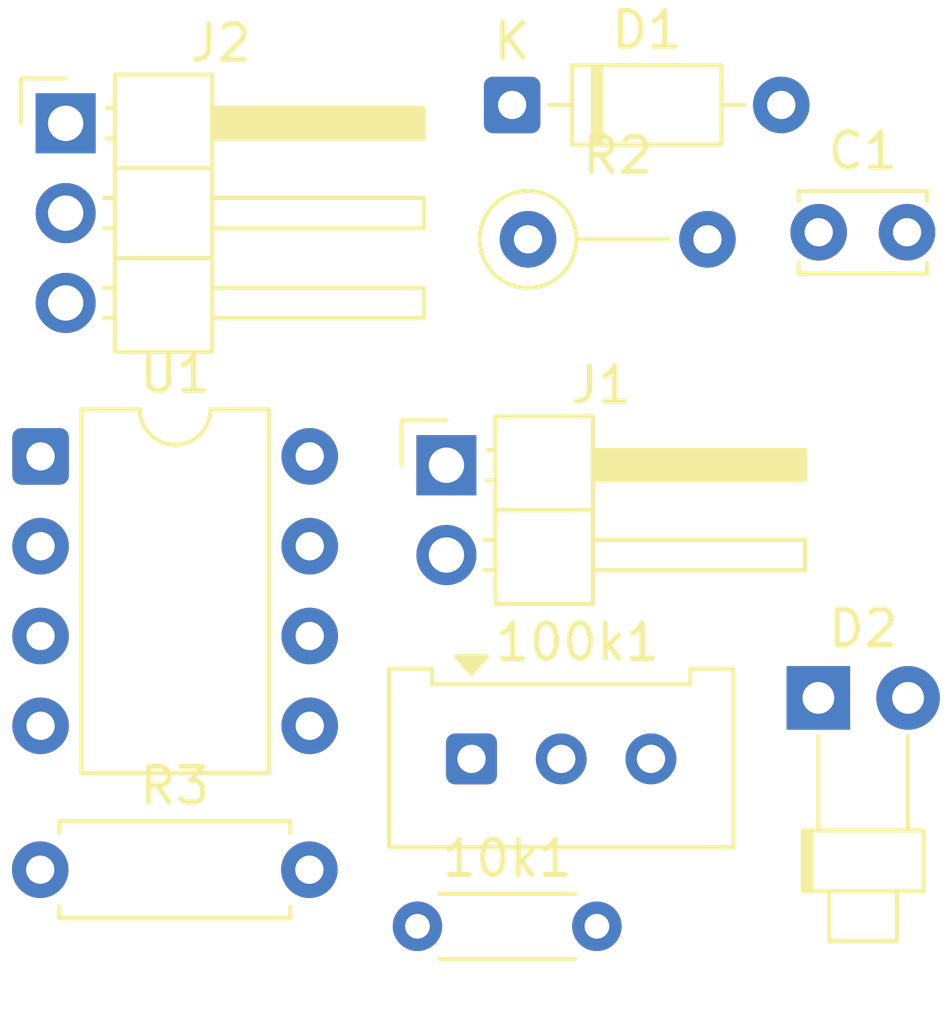
<source format=kicad_pcb>
(kicad_pcb (version 20241229) (generator "pcbnew") (generator_version "9.0")
  (layers (0 "F.Cu" signal) (2 "B.Cu" signal) (13 "F.Paste" user) (15 "B.Paste" user) (5 "F.SilkS" user "F.Silkscreen") (7 "B.SilkS" user "B.Silkscreen") (1 "F.Mask" user) (3 "B.Mask" user) (25 "Edge.Cuts" user))
  (net 0 "")
  (net 1 "Net-(D1-A)")
  (net 2 "GND")
  (net 3 "Net-(100k1-Pad3)")
  (net 4 "Net-(U1-THR)")
  (net 5 "Net-(D2-A)")
  (net 6 "/signal ")
  (footprint "Resistor_THT:R_Axial_DIN0204_L3.6mm_D1.6mm_P5.08mm_Horizontal" (layer "F.Cu") (at 162.38 75.005)
    (property "Reference" "10k1" (at 2.54 -1.92 0) (layer "F.SilkS"))
    (property "Value" "R")
    (fp_line (start 0.62 -0.92) (end 4.46 -0.92) (stroke (width 0.12)) (layer "F.SilkS"))
    (fp_line (start 0.62 0.92) (end 4.46 0.92) (stroke (width 0.12)) (layer "F.SilkS"))
    (pad "1" thru_hole circle (at 0 0) (size 1.4 1.4) (drill 0.7) (layers "*.Cu" "*.Mask") (net 1 "Net-(D1-A)"))
    (pad "2" thru_hole circle (at 5.08 0) (size 1.4 1.4) (drill 0.7) (layers "*.Cu" "*.Mask") (net 2 "GND"))
  )
  (footprint "Potentiometer_THT:Potentiometer_Bourns_3386W_Horizontal" (layer "F.Cu") (at 163.91 70.27)
    (property "Reference" "100k1" (at 3 -3.3 0) (layer "F.SilkS"))
    (property "Value" "R_Potentiometer")
    (fp_line (start -2.335 -2.55) (end -2.335 2.5) (stroke (width 0.12)) (layer "F.SilkS"))
    (fp_line (start -2.335 2.5) (end 7.415 2.5) (stroke (width 0.12)) (layer "F.SilkS"))
    (fp_line (start -1.115 -2.55) (end -2.335 -2.55) (stroke (width 0.12)) (layer "F.SilkS"))
    (fp_line (start -1.115 -2.55) (end -1.115 -2.11) (stroke (width 0.12)) (layer "F.SilkS"))
    (fp_line (start -1.115 -2.11) (end 6.195 -2.11) (stroke (width 0.12)) (layer "F.SilkS"))
    (fp_line (start 6.195 -2.55) (end 6.195 -2.11) (stroke (width 0.12)) (layer "F.SilkS"))
    (fp_line (start 6.195 -2.55) (end 7.415 -2.55) (stroke (width 0.12)) (layer "F.SilkS"))
    (fp_line (start 7.415 2.5) (end 7.415 -2.55) (stroke (width 0.12)) (layer "F.SilkS"))
    (fp_poly (pts (xy 0 -2.4) (xy 0.45 -2.9) (xy -0.45 -2.9)) (stroke (width 0.12)) (fill yes) (layer "F.SilkS"))
    (pad "1" thru_hole roundrect (at 0 0 90) (size 1.44 1.44) (drill 0.8) (layers "*.Cu" "*.Mask") (roundrect_rratio 0.1736111111) (net 1 "Net-(D1-A)"))
    (pad "2" thru_hole circle (at 2.54 0 90) (size 1.44 1.44) (drill 0.8) (layers "*.Cu" "*.Mask") (net 1 "Net-(D1-A)"))
    (pad "3" thru_hole circle (at 5.08 0 90) (size 1.44 1.44) (drill 0.8) (layers "*.Cu" "*.Mask") (net 3 "Net-(100k1-Pad3)"))
  )
  (footprint "Resistor_THT:R_Axial_DIN0207_L6.3mm_D2.5mm_P7.62mm_Horizontal" (layer "F.Cu") (at 151.7 73.405)
    (property "Reference" "R3" (at 3.81 -2.37 0) (layer "F.SilkS"))
    (property "Value" "1k")
    (fp_line (start 0.54 -1.37) (end 7.08 -1.37) (stroke (width 0.12)) (layer "F.SilkS"))
    (fp_line (start 0.54 -1.04) (end 0.54 -1.37) (stroke (width 0.12)) (layer "F.SilkS"))
    (fp_line (start 0.54 1.04) (end 0.54 1.37) (stroke (width 0.12)) (layer "F.SilkS"))
    (fp_line (start 0.54 1.37) (end 7.08 1.37) (stroke (width 0.12)) (layer "F.SilkS"))
    (fp_line (start 7.08 -1.37) (end 7.08 -1.04) (stroke (width 0.12)) (layer "F.SilkS"))
    (fp_line (start 7.08 1.37) (end 7.08 1.04) (stroke (width 0.12)) (layer "F.SilkS"))
    (pad "1" thru_hole circle (at 0 0) (size 1.6 1.6) (drill 0.8) (layers "*.Cu" "*.Mask") (net 2 "GND"))
    (pad "2" thru_hole circle (at 7.62 0) (size 1.6 1.6) (drill 0.8) (layers "*.Cu" "*.Mask") (net 5 "Net-(D2-A)"))
  )
  (footprint "Connector_PinHeader_2.54mm:PinHeader_1x02_P2.54mm_Horizontal" (layer "F.Cu") (at 163.2 61.965)
    (property "Reference" "J1" (at 4.385 -2.27 0) (layer "F.SilkS"))
    (property "Value" "Conn_01x02_Pin")
    (fp_line (start -1.27 -1.27) (end 0 -1.27) (stroke (width 0.12)) (layer "F.SilkS"))
    (fp_line (start -1.27 0) (end -1.27 -1.27) (stroke (width 0.12)) (layer "F.SilkS"))
    (fp_line (start 1.077358 2.11) (end 1.39 2.11) (stroke (width 0.12)) (layer "F.SilkS"))
    (fp_line (start 1.077358 2.97) (end 1.39 2.97) (stroke (width 0.12)) (layer "F.SilkS"))
    (fp_line (start 1.16 -0.43) (end 1.39 -0.43) (stroke (width 0.12)) (layer "F.SilkS"))
    (fp_line (start 1.16 0.43) (end 1.39 0.43) (stroke (width 0.12)) (layer "F.SilkS"))
    (fp_line (start 1.39 -1.38) (end 1.39 3.92) (stroke (width 0.12)) (layer "F.SilkS"))
    (fp_line (start 1.39 1.27) (end 4.15 1.27) (stroke (width 0.12)) (layer "F.SilkS"))
    (fp_line (start 1.39 3.92) (end 4.15 3.92) (stroke (width 0.12)) (layer "F.SilkS"))
    (fp_line (start 4.15 -1.38) (end 1.39 -1.38) (stroke (width 0.12)) (layer "F.SilkS"))
    (fp_line (start 4.15 2.11) (end 10.15 2.11) (stroke (width 0.12)) (layer "F.SilkS"))
    (fp_line (start 4.15 3.92) (end 4.15 -1.38) (stroke (width 0.12)) (layer "F.SilkS"))
    (fp_line (start 10.15 2.11) (end 10.15 2.97) (stroke (width 0.12)) (layer "F.SilkS"))
    (fp_line (start 10.15 2.97) (end 4.15 2.97) (stroke (width 0.12)) (layer "F.SilkS"))
    (fp_rect (start 4.15 -0.43) (end 10.15 0.43) (stroke (width 0.12)) (fill yes) (layer "F.SilkS"))
    (pad "1" thru_hole rect (at 0 0) (size 1.7 1.7) (drill 1) (layers "*.Cu" "*.Mask") (net 2 "GND"))
    (pad "2" thru_hole circle (at 0 2.54) (size 1.7 1.7) (drill 1) (layers "*.Cu" "*.Mask") (net 2 "GND"))
  )
  (footprint "Resistor_THT:R_Axial_DIN0207_L6.3mm_D2.5mm_P5.08mm_Vertical" (layer "F.Cu") (at 165.51 55.575)
    (property "Reference" "R2" (at 2.54 -2.37 0) (layer "F.SilkS"))
    (property "Value" "1k")
    (fp_line (start 1.37 0) (end 3.98 0) (stroke (width 0.12)) (layer "F.SilkS"))
    (fp_circle (center 0 0) (end 1.37 0) (stroke (width 0.12)) (fill no) (layer "F.SilkS"))
    (pad "1" thru_hole circle (at 0 0) (size 1.6 1.6) (drill 0.8) (layers "*.Cu" "*.Mask") (net 3 "Net-(100k1-Pad3)"))
    (pad "2" thru_hole circle (at 5.08 0) (size 1.6 1.6) (drill 0.8) (layers "*.Cu" "*.Mask") (net 2 "GND"))
  )
  (footprint "Package_DIP:DIP-8_W7.62mm" (layer "F.Cu") (at 151.71 61.715)
    (property "Reference" "U1" (at 3.81 -2.33 0) (layer "F.SilkS"))
    (property "Value" "NE555P")
    (fp_line (start 1.16 -1.33) (end 1.16 8.95) (stroke (width 0.12)) (layer "F.SilkS"))
    (fp_line (start 1.16 8.95) (end 6.46 8.95) (stroke (width 0.12)) (layer "F.SilkS"))
    (fp_line (start 2.81 -1.33) (end 1.16 -1.33) (stroke (width 0.12)) (layer "F.SilkS"))
    (fp_line (start 6.46 -1.33) (end 4.81 -1.33) (stroke (width 0.12)) (layer "F.SilkS"))
    (fp_line (start 6.46 8.95) (end 6.46 -1.33) (stroke (width 0.12)) (layer "F.SilkS"))
    (fp_arc (start 4.81 -1.33) (mid 3.81 -0.33) (end 2.81 -1.33) (stroke (width 0.12)) (layer "F.SilkS"))
    (pad "1" thru_hole roundrect (at 0 0) (size 1.6 1.6) (drill 0.8) (layers "*.Cu" "*.Mask") (roundrect_rratio 0.15625) (net 2 "GND"))
    (pad "2" thru_hole circle (at 0 2.54) (size 1.6 1.6) (drill 0.8) (layers "*.Cu" "*.Mask") (net 2 "GND"))
    (pad "3" thru_hole circle (at 0 5.08) (size 1.6 1.6) (drill 0.8) (layers "*.Cu" "*.Mask") (net 6 "/signal "))
    (pad "4" thru_hole circle (at 0 7.62) (size 1.6 1.6) (drill 0.8) (layers "*.Cu" "*.Mask") (net 2 "GND"))
    (pad "5" thru_hole circle (at 7.62 7.62) (size 1.6 1.6) (drill 0.8) (layers "*.Cu" "*.Mask"))
    (pad "6" thru_hole circle (at 7.62 5.08) (size 1.6 1.6) (drill 0.8) (layers "*.Cu" "*.Mask") (net 4 "Net-(U1-THR)"))
    (pad "7" thru_hole circle (at 7.62 2.54) (size 1.6 1.6) (drill 0.8) (layers "*.Cu" "*.Mask") (net 1 "Net-(D1-A)"))
    (pad "8" thru_hole circle (at 7.62 0) (size 1.6 1.6) (drill 0.8) (layers "*.Cu" "*.Mask") (net 2 "GND"))
  )
  (footprint "LED_THT:LED_D1.8mm_W1.8mm_H2.4mm_Horizontal_O3.81mm_Z4.9mm" (layer "F.Cu") (at 173.73 68.545)
    (property "Reference" "D2" (at 1.27 -1.96 0) (layer "F.SilkS"))
    (property "Value" "LED")
    (fp_line (start -0.44 3.75) (end -0.44 5.47) (stroke (width 0.12)) (layer "F.SilkS"))
    (fp_line (start -0.44 5.47) (end 2.98 5.47) (stroke (width 0.12)) (layer "F.SilkS"))
    (fp_line (start -0.32 3.75) (end -0.32 5.47) (stroke (width 0.12)) (layer "F.SilkS"))
    (fp_line (start -0.2 3.75) (end -0.2 5.47) (stroke (width 0.12)) (layer "F.SilkS"))
    (fp_line (start 0 1.08) (end 0 1.08) (stroke (width 0.12)) (layer "F.SilkS"))
    (fp_line (start 0 1.08) (end 0 3.75) (stroke (width 0.12)) (layer "F.SilkS"))
    (fp_line (start 0 3.75) (end 0 1.08) (stroke (width 0.12)) (layer "F.SilkS"))
    (fp_line (start 0 3.75) (end 0 3.75) (stroke (width 0.12)) (layer "F.SilkS"))
    (fp_line (start 0.31 5.47) (end 0.31 6.87) (stroke (width 0.12)) (layer "F.SilkS"))
    (fp_line (start 0.31 6.87) (end 2.23 6.87) (stroke (width 0.12)) (layer "F.SilkS"))
    (fp_line (start 2.23 5.47) (end 0.31 5.47) (stroke (width 0.12)) (layer "F.SilkS"))
    (fp_line (start 2.23 6.87) (end 2.23 5.47) (stroke (width 0.12)) (layer "F.SilkS"))
    (fp_line (start 2.54 1.08) (end 2.54 1.08) (stroke (width 0.12)) (layer "F.SilkS"))
    (fp_line (start 2.54 1.08) (end 2.54 3.75) (stroke (width 0.12)) (layer "F.SilkS"))
    (fp_line (start 2.54 3.75) (end 2.54 1.08) (stroke (width 0.12)) (layer "F.SilkS"))
    (fp_line (start 2.54 3.75) (end 2.54 3.75) (stroke (width 0.12)) (layer "F.SilkS"))
    (fp_line (start 2.98 3.75) (end -0.44 3.75) (stroke (width 0.12)) (layer "F.SilkS"))
    (fp_line (start 2.98 5.47) (end 2.98 3.75) (stroke (width 0.12)) (layer "F.SilkS"))
    (pad "1" thru_hole rect (at 0 0) (size 1.8 1.8) (drill 0.9) (layers "*.Cu" "*.Mask") (net 2 "GND"))
    (pad "2" thru_hole circle (at 2.54 0) (size 1.8 1.8) (drill 0.9) (layers "*.Cu" "*.Mask") (net 5 "Net-(D2-A)"))
  )
  (footprint "Connector_PinHeader_2.54mm:PinHeader_1x03_P2.54mm_Horizontal" (layer "F.Cu") (at 152.42 52.295)
    (property "Reference" "J2" (at 4.385 -2.27 0) (layer "F.SilkS"))
    (property "Value" "Conn_01x03_Pin")
    (fp_line (start -1.27 -1.27) (end 0 -1.27) (stroke (width 0.12)) (layer "F.SilkS"))
    (fp_line (start -1.27 0) (end -1.27 -1.27) (stroke (width 0.12)) (layer "F.SilkS"))
    (fp_line (start 1.077358 2.11) (end 1.39 2.11) (stroke (width 0.12)) (layer "F.SilkS"))
    (fp_line (start 1.077358 2.97) (end 1.39 2.97) (stroke (width 0.12)) (layer "F.SilkS"))
    (fp_line (start 1.077358 4.65) (end 1.39 4.65) (stroke (width 0.12)) (layer "F.SilkS"))
    (fp_line (start 1.077358 5.51) (end 1.39 5.51) (stroke (width 0.12)) (layer "F.SilkS"))
    (fp_line (start 1.16 -0.43) (end 1.39 -0.43) (stroke (width 0.12)) (layer "F.SilkS"))
    (fp_line (start 1.16 0.43) (end 1.39 0.43) (stroke (width 0.12)) (layer "F.SilkS"))
    (fp_line (start 1.39 -1.38) (end 1.39 6.46) (stroke (width 0.12)) (layer "F.SilkS"))
    (fp_line (start 1.39 1.27) (end 4.15 1.27) (stroke (width 0.12)) (layer "F.SilkS"))
    (fp_line (start 1.39 3.81) (end 4.15 3.81) (stroke (width 0.12)) (layer "F.SilkS"))
    (fp_line (start 1.39 6.46) (end 4.15 6.46) (stroke (width 0.12)) (layer "F.SilkS"))
    (fp_line (start 4.15 -1.38) (end 1.39 -1.38) (stroke (width 0.12)) (layer "F.SilkS"))
    (fp_line (start 4.15 2.11) (end 10.15 2.11) (stroke (width 0.12)) (layer "F.SilkS"))
    (fp_line (start 4.15 4.65) (end 10.15 4.65) (stroke (width 0.12)) (layer "F.SilkS"))
    (fp_line (start 4.15 6.46) (end 4.15 -1.38) (stroke (width 0.12)) (layer "F.SilkS"))
    (fp_line (start 10.15 2.11) (end 10.15 2.97) (stroke (width 0.12)) (layer "F.SilkS"))
    (fp_line (start 10.15 2.97) (end 4.15 2.97) (stroke (width 0.12)) (layer "F.SilkS"))
    (fp_line (start 10.15 4.65) (end 10.15 5.51) (stroke (width 0.12)) (layer "F.SilkS"))
    (fp_line (start 10.15 5.51) (end 4.15 5.51) (stroke (width 0.12)) (layer "F.SilkS"))
    (fp_rect (start 4.15 -0.43) (end 10.15 0.43) (stroke (width 0.12)) (fill yes) (layer "F.SilkS"))
    (pad "1" thru_hole rect (at 0 0) (size 1.7 1.7) (drill 1) (layers "*.Cu" "*.Mask") (net 2 "GND"))
    (pad "2" thru_hole circle (at 0 2.54) (size 1.7 1.7) (drill 1) (layers "*.Cu" "*.Mask") (net 2 "GND"))
    (pad "3" thru_hole circle (at 0 5.08) (size 1.7 1.7) (drill 1) (layers "*.Cu" "*.Mask") (net 6 "/signal "))
  )
  (footprint "Capacitor_THT:C_Disc_D3.4mm_W2.1mm_P2.50mm" (layer "F.Cu") (at 173.74 55.375)
    (property "Reference" "C1" (at 1.25 -2.3 0) (layer "F.SilkS"))
    (property "Value" ".1uf")
    (fp_line (start -0.57 -1.17) (end -0.57 -0.87) (stroke (width 0.12)) (layer "F.SilkS"))
    (fp_line (start -0.57 -1.17) (end 3.07 -1.17) (stroke (width 0.12)) (layer "F.SilkS"))
    (fp_line (start -0.57 0.87) (end -0.57 1.17) (stroke (width 0.12)) (layer "F.SilkS"))
    (fp_line (start -0.57 1.17) (end 3.07 1.17) (stroke (width 0.12)) (layer "F.SilkS"))
    (fp_line (start 3.07 -1.17) (end 3.07 -0.87) (stroke (width 0.12)) (layer "F.SilkS"))
    (fp_line (start 3.07 0.87) (end 3.07 1.17) (stroke (width 0.12)) (layer "F.SilkS"))
    (pad "1" thru_hole circle (at 0 0) (size 1.6 1.6) (drill 0.8) (layers "*.Cu" "*.Mask") (net 4 "Net-(U1-THR)"))
    (pad "2" thru_hole circle (at 2.5 0) (size 1.6 1.6) (drill 0.8) (layers "*.Cu" "*.Mask") (net 2 "GND"))
  )
  (footprint "Diode_THT:D_DO-35_SOD27_P7.62mm_Horizontal" (layer "F.Cu") (at 165.06 51.775)
    (property "Reference" "D1" (at 3.81 -2.12 0) (layer "F.SilkS"))
    (property "Value" "1N4148")
    (fp_line (start 1.04 0) (end 1.69 0) (stroke (width 0.12)) (layer "F.SilkS"))
    (fp_line (start 2.29 -1.12) (end 2.29 1.12) (stroke (width 0.12)) (layer "F.SilkS"))
    (fp_line (start 2.41 -1.12) (end 2.41 1.12) (stroke (width 0.12)) (layer "F.SilkS"))
    (fp_line (start 2.53 -1.12) (end 2.53 1.12) (stroke (width 0.12)) (layer "F.SilkS"))
    (fp_line (start 6.58 0) (end 5.93 0) (stroke (width 0.12)) (layer "F.SilkS"))
    (fp_rect (start 1.69 -1.12) (end 5.93 1.12) (stroke (width 0.12)) (fill no) (layer "F.SilkS"))
    (fp_text user "K" (at 0 -1.8 0) (layer "F.SilkS"))
    (pad "1" thru_hole roundrect (at 0 0) (size 1.6 1.6) (drill 0.8) (layers "*.Cu" "*.Mask") (roundrect_rratio 0.15625) (net 2 "GND"))
    (pad "2" thru_hole circle (at 7.62 0) (size 1.6 1.6) (drill 0.8) (layers "*.Cu" "*.Mask") (net 1 "Net-(D1-A)"))
  )
)
</source>
